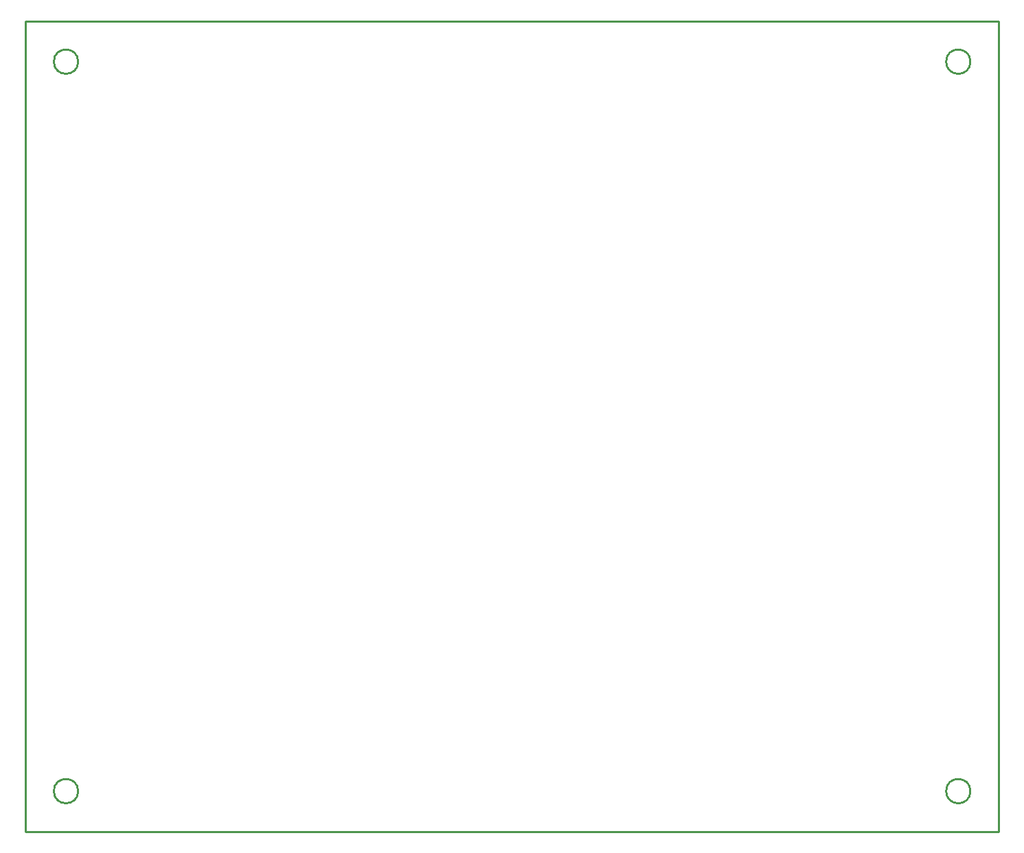
<source format=gko>
G04*
G04 #@! TF.GenerationSoftware,Altium Limited,Altium Designer,23.1.1 (15)*
G04*
G04 Layer_Color=16711935*
%FSLAX44Y44*%
%MOMM*%
G71*
G04*
G04 #@! TF.SameCoordinates,D6B2EDEF-5A9D-4844-A5D7-26F624485CE4*
G04*
G04*
G04 #@! TF.FilePolarity,Positive*
G04*
G01*
G75*
%ADD14C,0.2540*%
D14*
X465560Y315940D02*
G03*
X465560Y315940I-15000J0D01*
G01*
X1565560D02*
G03*
X1565560Y315940I-15000J0D01*
G01*
Y1215940D02*
G03*
X1565560Y1215940I-15000J0D01*
G01*
X465560D02*
G03*
X465560Y1215940I-15000J0D01*
G01*
X400560Y1265940D02*
X1600560D01*
Y265940D02*
Y1265940D01*
X400560Y265940D02*
Y1265940D01*
Y265940D02*
X1600560D01*
M02*

</source>
